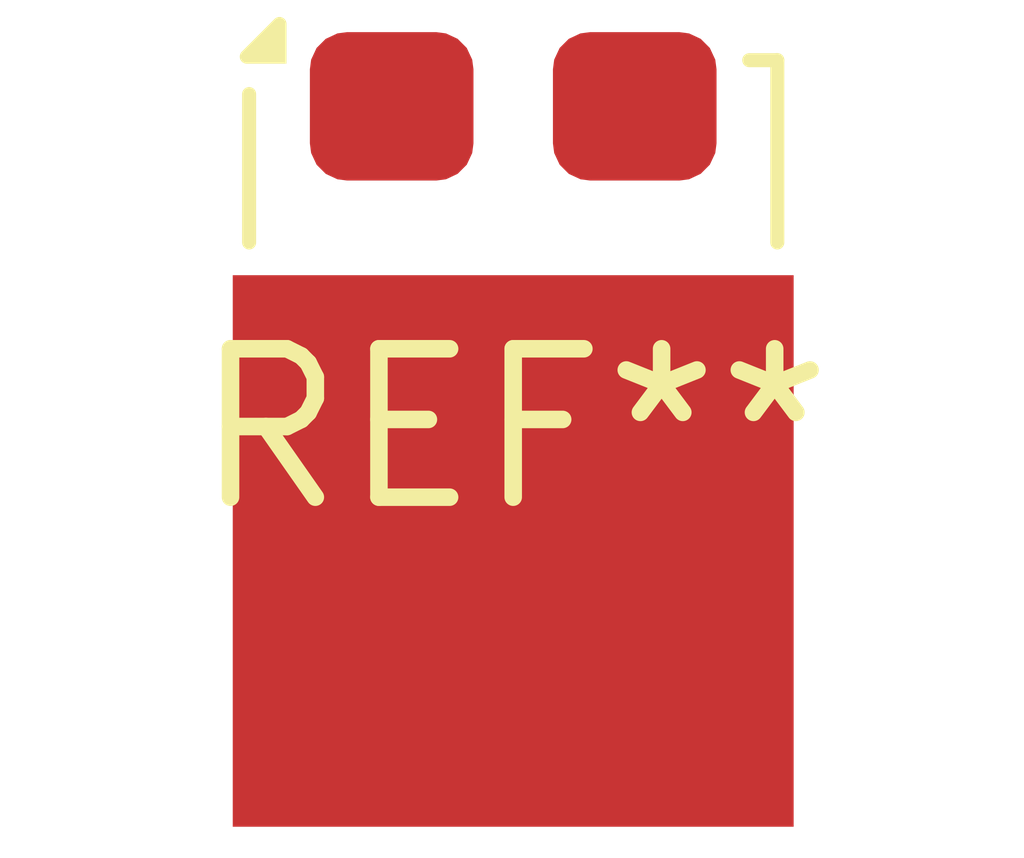
<source format=kicad_pcb>
(kicad_pcb (version 20240108) (generator pcbnew)
  (layers (0 "F.Cu" signal) (31 "B.Cu" signal) (34 "B.Paste" user) (35 "F.Paste" user) (36 "B.SilkS" user "B.Silkscreen") (37 "F.SilkS" user "F.Silkscreen") (38 "B.Mask" user) (39 "F.Mask" user) (44 "Edge.Cuts" user))
  (net 0 "")
  (footprint "TO-277A" (layer "F.Cu") (at 0 0)
    (property "Reference" "REF**")
    (property "Value" "TO-277A")
    (fp_line (start -2.26 -2.87) (end -2.26 -1.6) (layer "F.SilkS") (stroke (width 0.12)))
    (fp_line (start 2.26 -3.16) (end 2.02 -3.16) (layer "F.SilkS") (stroke (width 0.12)))
    (fp_line (start 2.26 -3.16) (end 2.26 -1.6) (layer "F.SilkS") (stroke (width 0.12)))
    (fp_poly (pts (xy -2 -3.19) (xy -2.28 -3.19) (xy -2 -3.47) (xy -2 -3.19)) (layer "F.SilkS") (stroke (width 0.12)) (fill solid))
    (pad "1" smd roundrect (at -1.04 -2.765) (size 1.4 1.27) (layers "F.Cu" "F.Paste" "F.Mask"))
    (pad "2" smd roundrect (at 1.04 -2.765) (size 1.4 1.27) (layers "F.Cu" "F.Paste" "F.Mask"))
    (pad "3" smd rect (at 0 1.04) (size 4.8 4.72) (layers "F.Cu" "F.Mask"))
  )
)
</source>
